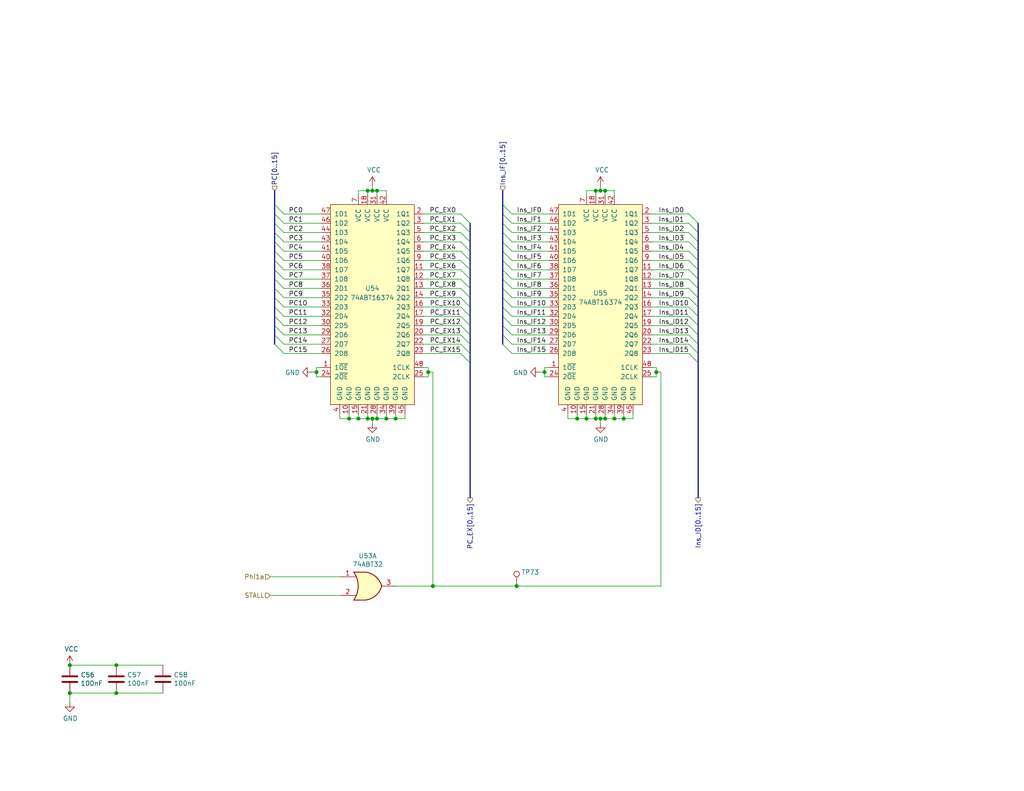
<source format=kicad_sch>
(kicad_sch (version 20230121) (generator eeschema)
  (paper "USLetter")
  (title_block (title "IF/ID") (date "2022-09-25") (rev "C") (comment 4 "Interstage pipeline registers between IF and ID"))
  (lib_symbols
    (symbol "74xx (kicad5):74ABT16374" (pin_names (offset 1.016))
      (property "Reference" "U" (at 0 1.27 0))
      (property "Value" "74ABT16374" (at 0 -1.27 0))
      (symbol "74ABT16374_0_0"
        (pin input line (at -13.97 -20.32 0) (length 2.54) (name "1~{OE}") (number "1"))
        (pin power_in line (at -6.35 -33.02 90) (length 2.54) (name "GND") (number "10"))
        (pin tri_state line (at 13.97 6.35 180) (length 2.54) (name "1Q7") (number "11"))
        (pin tri_state line (at 13.97 3.81 180) (length 2.54) (name "1Q8") (number "12"))
        (pin tri_state line (at 13.97 1.27 180) (length 2.54) (name "2Q1") (number "13"))
        (pin tri_state line (at 13.97 -1.27 180) (length 2.54) (name "2Q2") (number "14"))
        (pin power_in line (at -3.81 -33.02 90) (length 2.54) (name "GND") (number "15"))
        (pin tri_state line (at 13.97 -3.81 180) (length 2.54) (name "2Q3") (number "16"))
        (pin tri_state line (at 13.97 -6.35 180) (length 2.54) (name "2Q4") (number "17"))
        (pin power_in line (at -1.27 26.67 270) (length 2.54) (name "VCC") (number "18"))
        (pin tri_state line (at 13.97 -8.89 180) (length 2.54) (name "2Q5") (number "19"))
        (pin tri_state line (at 13.97 21.59 180) (length 2.54) (name "1Q1") (number "2"))
        (pin tri_state line (at 13.97 -11.43 180) (length 2.54) (name "2Q6") (number "20"))
        (pin power_in line (at -1.27 -33.02 90) (length 2.54) (name "GND") (number "21"))
        (pin tri_state line (at 13.97 -13.97 180) (length 2.54) (name "2Q7") (number "22"))
        (pin tri_state line (at 13.97 -16.51 180) (length 2.54) (name "2Q8") (number "23"))
        (pin input line (at -13.97 -22.86 0) (length 2.54) (name "2~{OE}") (number "24"))
        (pin input line (at 13.97 -22.86 180) (length 2.54) (name "2CLK") (number "25"))
        (pin input line (at -13.97 -16.51 0) (length 2.54) (name "2D8") (number "26"))
        (pin input line (at -13.97 -13.97 0) (length 2.54) (name "2D7") (number "27"))
        (pin power_in line (at 1.27 -33.02 90) (length 2.54) (name "GND") (number "28"))
        (pin input line (at -13.97 -11.43 0) (length 2.54) (name "2D6") (number "29"))
        (pin tri_state line (at 13.97 19.05 180) (length 2.54) (name "1Q2") (number "3"))
        (pin input line (at -13.97 -8.89 0) (length 2.54) (name "2D5") (number "30"))
        (pin power_in line (at 1.27 26.67 270) (length 2.54) (name "VCC") (number "31"))
        (pin input line (at -13.97 -6.35 0) (length 2.54) (name "2D4") (number "32"))
        (pin input line (at -13.97 -3.81 0) (length 2.54) (name "2D3") (number "33"))
        (pin power_in line (at 3.81 -33.02 90) (length 2.54) (name "GND") (number "34"))
        (pin input line (at -13.97 -1.27 0) (length 2.54) (name "2D2") (number "35"))
        (pin input line (at -13.97 1.27 0) (length 2.54) (name "2D1") (number "36"))
        (pin input line (at -13.97 3.81 0) (length 2.54) (name "1D8") (number "37"))
        (pin input line (at -13.97 6.35 0) (length 2.54) (name "1D7") (number "38"))
        (pin power_in line (at 6.35 -33.02 90) (length 2.54) (name "GND") (number "39"))
        (pin power_in line (at -8.89 -33.02 90) (length 2.54) (name "GND") (number "4"))
        (pin input line (at -13.97 8.89 0) (length 2.54) (name "1D6") (number "40"))
        (pin input line (at -13.97 11.43 0) (length 2.54) (name "1D5") (number "41"))
        (pin power_in line (at 3.81 26.67 270) (length 2.54) (name "VCC") (number "42"))
        (pin input line (at -13.97 13.97 0) (length 2.54) (name "1D4") (number "43"))
        (pin input line (at -13.97 16.51 0) (length 2.54) (name "1D3") (number "44"))
        (pin power_in line (at 8.89 -33.02 90) (length 2.54) (name "GND") (number "45"))
        (pin input line (at -13.97 19.05 0) (length 2.54) (name "1D2") (number "46"))
        (pin input line (at -13.97 21.59 0) (length 2.54) (name "1D1") (number "47"))
        (pin input line (at 13.97 -20.32 180) (length 2.54) (name "1CLK") (number "48"))
        (pin tri_state line (at 13.97 16.51 180) (length 2.54) (name "1Q3") (number "5"))
        (pin tri_state line (at 13.97 13.97 180) (length 2.54) (name "1Q4") (number "6"))
        (pin power_in line (at -3.81 26.67 270) (length 2.54) (name "VCC") (number "7"))
        (pin tri_state line (at 13.97 11.43 180) (length 2.54) (name "1Q5") (number "8"))
        (pin tri_state line (at 13.97 8.89 180) (length 2.54) (name "1Q6") (number "9"))
      )
      (symbol "74ABT16374_0_1"
        (rectangle (start -11.43 24.13) (end 11.43 -30.48) (fill (type background)))
      )
    )
    (symbol "74xx:74LS32" (pin_names (offset 1.016))
      (property "Reference" "U" (at 0 1.27 0))
      (property "Value" "74LS32" (at 0 -1.27 0))
      (symbol "74LS32_1_1"
        (arc (start -3.81 -3.81) (mid -2.589 0) (end -3.81 3.81) (stroke (width 0.254)))
        (arc (start -0.6096 -3.81) (mid 2.1842 -2.5851) (end 3.81 0) (stroke (width 0.254)) (fill (type background)))
        (polyline (pts (xy -3.81 -3.81) (xy -0.635 -3.81)) (stroke (width 0.254)) (fill (type background)))
        (polyline (pts (xy -3.81 3.81) (xy -0.635 3.81)) (stroke (width 0.254)) (fill (type background)))
        (polyline (pts (xy -0.635 3.81) (xy -3.81 3.81) (xy -3.81 3.81) (xy -3.556 3.4036) (xy -3.0226 2.2606) (xy -2.6924 1.0414) (xy -2.6162 -0.254) (xy -2.7686 -1.4986) (xy -3.175 -2.7178) (xy -3.81 -3.81) (xy -3.81 -3.81) (xy -0.635 -3.81)) (stroke (width -25.4)) (fill (type background)))
        (arc (start 3.81 0) (mid 2.1915 2.5936) (end -0.6096 3.81) (stroke (width 0.254)) (fill (type background)))
        (pin input line (at -7.62 2.54 0) (length 4.318) (name "~") (number "1"))
        (pin input line (at -7.62 -2.54 0) (length 4.318) (name "~") (number "2"))
        (pin output line (at 7.62 0 180) (length 3.81) (name "~") (number "3"))
      )
      (symbol "74LS32_1_2"
        (arc (start 0 -3.81) (mid 3.7934 0) (end 0 3.81) (stroke (width 0.254)) (fill (type background)))
        (polyline (pts (xy 0 3.81) (xy -3.81 3.81) (xy -3.81 -3.81) (xy 0 -3.81)) (stroke (width 0.254)) (fill (type background)))
        (pin input inverted (at -7.62 2.54 0) (length 3.81) (name "~") (number "1"))
        (pin input inverted (at -7.62 -2.54 0) (length 3.81) (name "~") (number "2"))
        (pin output inverted (at 7.62 0 180) (length 3.81) (name "~") (number "3"))
      )
      (symbol "74LS32_2_1"
        (arc (start -3.81 -3.81) (mid -2.589 0) (end -3.81 3.81) (stroke (width 0.254)))
        (arc (start -0.6096 -3.81) (mid 2.1842 -2.5851) (end 3.81 0) (stroke (width 0.254)) (fill (type background)))
        (polyline (pts (xy -3.81 -3.81) (xy -0.635 -3.81)) (stroke (width 0.254)) (fill (type background)))
        (polyline (pts (xy -3.81 3.81) (xy -0.635 3.81)) (stroke (width 0.254)) (fill (type background)))
        (polyline (pts (xy -0.635 3.81) (xy -3.81 3.81) (xy -3.81 3.81) (xy -3.556 3.4036) (xy -3.0226 2.2606) (xy -2.6924 1.0414) (xy -2.6162 -0.254) (xy -2.7686 -1.4986) (xy -3.175 -2.7178) (xy -3.81 -3.81) (xy -3.81 -3.81) (xy -0.635 -3.81)) (stroke (width -25.4)) (fill (type background)))
        (arc (start 3.81 0) (mid 2.1915 2.5936) (end -0.6096 3.81) (stroke (width 0.254)) (fill (type background)))
        (pin input line (at -7.62 2.54 0) (length 4.318) (name "~") (number "4"))
        (pin input line (at -7.62 -2.54 0) (length 4.318) (name "~") (number "5"))
        (pin output line (at 7.62 0 180) (length 3.81) (name "~") (number "6"))
      )
      (symbol "74LS32_2_2"
        (arc (start 0 -3.81) (mid 3.7934 0) (end 0 3.81) (stroke (width 0.254)) (fill (type background)))
        (polyline (pts (xy 0 3.81) (xy -3.81 3.81) (xy -3.81 -3.81) (xy 0 -3.81)) (stroke (width 0.254)) (fill (type background)))
        (pin input inverted (at -7.62 2.54 0) (length 3.81) (name "~") (number "4"))
        (pin input inverted (at -7.62 -2.54 0) (length 3.81) (name "~") (number "5"))
        (pin output inverted (at 7.62 0 180) (length 3.81) (name "~") (number "6"))
      )
      (symbol "74LS32_3_1"
        (arc (start -3.81 -3.81) (mid -2.589 0) (end -3.81 3.81) (stroke (width 0.254)))
        (arc (start -0.6096 -3.81) (mid 2.1842 -2.5851) (end 3.81 0) (stroke (width 0.254)) (fill (type background)))
        (polyline (pts (xy -3.81 -3.81) (xy -0.635 -3.81)) (stroke (width 0.254)) (fill (type background)))
        (polyline (pts (xy -3.81 3.81) (xy -0.635 3.81)) (stroke (width 0.254)) (fill (type background)))
        (polyline (pts (xy -0.635 3.81) (xy -3.81 3.81) (xy -3.81 3.81) (xy -3.556 3.4036) (xy -3.0226 2.2606) (xy -2.6924 1.0414) (xy -2.6162 -0.254) (xy -2.7686 -1.4986) (xy -3.175 -2.7178) (xy -3.81 -3.81) (xy -3.81 -3.81) (xy -0.635 -3.81)) (stroke (width -25.4)) (fill (type background)))
        (arc (start 3.81 0) (mid 2.1915 2.5936) (end -0.6096 3.81) (stroke (width 0.254)) (fill (type background)))
        (pin input line (at -7.62 -2.54 0) (length 4.318) (name "~") (number "10"))
        (pin output line (at 7.62 0 180) (length 3.81) (name "~") (number "8"))
        (pin input line (at -7.62 2.54 0) (length 4.318) (name "~") (number "9"))
      )
      (symbol "74LS32_3_2"
        (arc (start 0 -3.81) (mid 3.7934 0) (end 0 3.81) (stroke (width 0.254)) (fill (type background)))
        (polyline (pts (xy 0 3.81) (xy -3.81 3.81) (xy -3.81 -3.81) (xy 0 -3.81)) (stroke (width 0.254)) (fill (type background)))
        (pin input inverted (at -7.62 -2.54 0) (length 3.81) (name "~") (number "10"))
        (pin output inverted (at 7.62 0 180) (length 3.81) (name "~") (number "8"))
        (pin input inverted (at -7.62 2.54 0) (length 3.81) (name "~") (number "9"))
      )
      (symbol "74LS32_4_1"
        (arc (start -3.81 -3.81) (mid -2.589 0) (end -3.81 3.81) (stroke (width 0.254)))
        (arc (start -0.6096 -3.81) (mid 2.1842 -2.5851) (end 3.81 0) (stroke (width 0.254)) (fill (type background)))
        (polyline (pts (xy -3.81 -3.81) (xy -0.635 -3.81)) (stroke (width 0.254)) (fill (type background)))
        (polyline (pts (xy -3.81 3.81) (xy -0.635 3.81)) (stroke (width 0.254)) (fill (type background)))
        (polyline (pts (xy -0.635 3.81) (xy -3.81 3.81) (xy -3.81 3.81) (xy -3.556 3.4036) (xy -3.0226 2.2606) (xy -2.6924 1.0414) (xy -2.6162 -0.254) (xy -2.7686 -1.4986) (xy -3.175 -2.7178) (xy -3.81 -3.81) (xy -3.81 -3.81) (xy -0.635 -3.81)) (stroke (width -25.4)) (fill (type background)))
        (arc (start 3.81 0) (mid 2.1915 2.5936) (end -0.6096 3.81) (stroke (width 0.254)) (fill (type background)))
        (pin output line (at 7.62 0 180) (length 3.81) (name "~") (number "11"))
        (pin input line (at -7.62 2.54 0) (length 4.318) (name "~") (number "12"))
        (pin input line (at -7.62 -2.54 0) (length 4.318) (name "~") (number "13"))
      )
      (symbol "74LS32_4_2"
        (arc (start 0 -3.81) (mid 3.7934 0) (end 0 3.81) (stroke (width 0.254)) (fill (type background)))
        (polyline (pts (xy 0 3.81) (xy -3.81 3.81) (xy -3.81 -3.81) (xy 0 -3.81)) (stroke (width 0.254)) (fill (type background)))
        (pin output inverted (at 7.62 0 180) (length 3.81) (name "~") (number "11"))
        (pin input inverted (at -7.62 2.54 0) (length 3.81) (name "~") (number "12"))
        (pin input inverted (at -7.62 -2.54 0) (length 3.81) (name "~") (number "13"))
      )
      (symbol "74LS32_5_0"
        (pin power_in line (at 0 12.7 270) (length 5.08) (name "VCC") (number "14"))
        (pin power_in line (at 0 -12.7 90) (length 5.08) (name "GND") (number "7"))
      )
      (symbol "74LS32_5_1"
        (rectangle (start -5.08 7.62) (end 5.08 -7.62) (stroke (width 0.254)) (fill (type background)))
      )
    )
    (symbol "Connector:TestPoint" (pin_numbers hide) (pin_names (offset 0.762) hide)
      (property "Reference" "TP" (at 0 6.858 0))
      (property "Value" "TestPoint" (at 0 5.08 0))
      (symbol "TestPoint_0_1"
        (circle (center 0 3.302) (radius 0.762))
      )
      (symbol "TestPoint_1_1"
        (pin passive line (at 0 0 90) (length 2.54) (name "1") (number "1"))
      )
    )
    (symbol "Device:C" (pin_numbers hide) (pin_names (offset 0.254))
      (property "Reference" "C" (at 0.635 2.54 0))
      (property "Value" "C" (at 0.635 -2.54 0))
      (symbol "C_0_1"
        (polyline (pts (xy -2.032 -0.762) (xy 2.032 -0.762)) (stroke (width 0.508)))
        (polyline (pts (xy -2.032 0.762) (xy 2.032 0.762)) (stroke (width 0.508)))
      )
      (symbol "C_1_1"
        (pin passive line (at 0 3.81 270) (length 2.794) (name "~") (number "1"))
        (pin passive line (at 0 -3.81 90) (length 2.794) (name "~") (number "2"))
      )
    )
    (symbol "power:GND" (power) (pin_names (offset 0))
      (property "Value" "GND" (at 0 -3.81 0))
      (symbol "GND_0_1"
        (polyline (pts (xy 0 0) (xy 0 -1.27) (xy 1.27 -1.27) (xy 0 -2.54) (xy -1.27 -1.27) (xy 0 -1.27)))
      )
      (symbol "GND_1_1"
        (pin power_in line (at 0 0 270) (length 0) hide (name "GND") (number "1"))
      )
    )
    (symbol "power:VCC" (power) (pin_names (offset 0))
      (property "Value" "VCC" (at 0 3.81 0))
      (symbol "VCC_0_1"
        (polyline (pts (xy -0.762 1.27) (xy 0 2.54)))
        (polyline (pts (xy 0 0) (xy 0 2.54)))
        (polyline (pts (xy 0 2.54) (xy 0.762 1.27)))
      )
      (symbol "VCC_1_1"
        (pin power_in line (at 0 0 90) (length 0) hide (name "VCC") (number "1"))
      )
    )
  )
  (junction (at 163.83 52.07))
  (junction (at 95.25 114.3))
  (junction (at 157.48 114.3))
  (junction (at 102.87 114.3))
  (junction (at -25.4 102.87))
  (junction (at 170.18 114.3))
  (junction (at 100.33 52.07))
  (junction (at 116.84 101.6))
  (junction (at 118.11 160.02))
  (junction (at 102.87 52.07))
  (junction (at 105.41 114.3))
  (junction (at 165.1 52.07))
  (junction (at -25.4 118.11))
  (junction (at -25.4 87.63))
  (junction (at 163.83 114.3))
  (junction (at 179.07 101.6))
  (junction (at 165.1 114.3))
  (junction (at 86.36 101.6))
  (junction (at 101.6 114.3))
  (junction (at 140.97 160.02))
  (junction (at -25.4 82.55))
  (junction (at -25.4 113.03))
  (junction (at 148.59 101.6))
  (junction (at 160.02 114.3))
  (junction (at 97.79 114.3))
  (junction (at 162.56 114.3))
  (junction (at 107.95 114.3))
  (junction (at 31.75 189.23))
  (junction (at 162.56 52.07))
  (junction (at 19.05 189.23))
  (junction (at 101.6 52.07))
  (junction (at -25.4 97.79))
  (junction (at 100.33 114.3))
  (junction (at 19.05 181.61))
  (junction (at 31.75 181.61))
  (junction (at 167.64 114.3))
  (no_connect (at -7.62 85.09))
  (no_connect (at -7.62 100.33))
  (no_connect (at -7.62 115.57))
  (bus_entry (at 74.93 68.58) (size 2.54 2.54))
  (bus_entry (at 125.73 88.9) (size 2.54 2.54))
  (bus_entry (at 137.16 63.5) (size 2.54 2.54))
  (bus_entry (at 74.93 86.36) (size 2.54 2.54))
  (bus_entry (at 137.16 76.2) (size 2.54 2.54))
  (bus_entry (at 74.93 63.5) (size 2.54 2.54))
  (bus_entry (at 125.73 66.04) (size 2.54 2.54))
  (bus_entry (at 74.93 93.98) (size 2.54 2.54))
  (bus_entry (at 74.93 66.04) (size 2.54 2.54))
  (bus_entry (at 137.16 71.12) (size 2.54 2.54))
  (bus_entry (at 74.93 55.88) (size 2.54 2.54))
  (bus_entry (at 187.96 63.5) (size 2.54 2.54))
  (bus_entry (at 187.96 78.74) (size 2.54 2.54))
  (bus_entry (at 125.73 73.66) (size 2.54 2.54))
  (bus_entry (at 187.96 68.58) (size 2.54 2.54))
  (bus_entry (at 125.73 96.52) (size 2.54 2.54))
  (bus_entry (at 125.73 58.42) (size 2.54 2.54))
  (bus_entry (at 137.16 81.28) (size 2.54 2.54))
  (bus_entry (at 187.96 93.98) (size 2.54 2.54))
  (bus_entry (at 125.73 91.44) (size 2.54 2.54))
  (bus_entry (at 137.16 55.88) (size 2.54 2.54))
  (bus_entry (at 125.73 71.12) (size 2.54 2.54))
  (bus_entry (at 137.16 60.96) (size 2.54 2.54))
  (bus_entry (at 74.93 58.42) (size 2.54 2.54))
  (bus_entry (at 137.16 83.82) (size 2.54 2.54))
  (bus_entry (at 125.73 76.2) (size 2.54 2.54))
  (bus_entry (at 125.73 78.74) (size 2.54 2.54))
  (bus_entry (at 125.73 81.28) (size 2.54 2.54))
  (bus_entry (at 137.16 66.04) (size 2.54 2.54))
  (bus_entry (at 74.93 60.96) (size 2.54 2.54))
  (bus_entry (at 137.16 88.9) (size 2.54 2.54))
  (bus_entry (at 74.93 91.44) (size 2.54 2.54))
  (bus_entry (at 187.96 66.04) (size 2.54 2.54))
  (bus_entry (at 137.16 91.44) (size 2.54 2.54))
  (bus_entry (at 125.73 68.58) (size 2.54 2.54))
  (bus_entry (at 187.96 96.52) (size 2.54 2.54))
  (bus_entry (at 187.96 58.42) (size 2.54 2.54))
  (bus_entry (at 137.16 58.42) (size 2.54 2.54))
  (bus_entry (at 137.16 73.66) (size 2.54 2.54))
  (bus_entry (at 187.96 86.36) (size 2.54 2.54))
  (bus_entry (at 187.96 71.12) (size 2.54 2.54))
  (bus_entry (at 74.93 81.28) (size 2.54 2.54))
  (bus_entry (at 74.93 73.66) (size 2.54 2.54))
  (bus_entry (at 137.16 78.74) (size 2.54 2.54))
  (bus_entry (at 187.96 88.9) (size 2.54 2.54))
  (bus_entry (at 74.93 76.2) (size 2.54 2.54))
  (bus_entry (at 187.96 91.44) (size 2.54 2.54))
  (bus_entry (at 137.16 68.58) (size 2.54 2.54))
  (bus_entry (at 187.96 76.2) (size 2.54 2.54))
  (bus_entry (at 74.93 78.74) (size 2.54 2.54))
  (bus_entry (at 74.93 88.9) (size 2.54 2.54))
  (bus_entry (at 137.16 86.36) (size 2.54 2.54))
  (bus_entry (at 187.96 73.66) (size 2.54 2.54))
  (bus_entry (at 137.16 93.98) (size 2.54 2.54))
  (bus_entry (at 125.73 93.98) (size 2.54 2.54))
  (bus_entry (at 74.93 71.12) (size 2.54 2.54))
  (bus_entry (at 187.96 81.28) (size 2.54 2.54))
  (bus_entry (at 125.73 63.5) (size 2.54 2.54))
  (bus_entry (at 125.73 83.82) (size 2.54 2.54))
  (bus_entry (at 125.73 60.96) (size 2.54 2.54))
  (bus_entry (at 187.96 83.82) (size 2.54 2.54))
  (bus_entry (at 74.93 83.82) (size 2.54 2.54))
  (bus_entry (at 125.73 86.36) (size 2.54 2.54))
  (bus_entry (at 187.96 60.96) (size 2.54 2.54))
  (wire (pts (xy 139.7 66.04) (xy 149.86 66.04)))
  (wire (pts (xy 187.96 93.98) (xy 177.8 93.98)))
  (wire (pts (xy 139.7 73.66) (xy 149.86 73.66)))
  (wire (pts (xy 187.96 68.58) (xy 177.8 68.58)))
  (wire (pts (xy 179.07 101.6) (xy 180.34 101.6)))
  (bus (pts (xy 74.93 91.44) (xy 74.93 93.98)))
  (bus (pts (xy 128.27 73.66) (xy 128.27 76.2)))
  (wire (pts (xy 160.02 113.03) (xy 160.02 114.3)))
  (wire (pts (xy -22.86 113.03) (xy -25.4 113.03)))
  (wire (pts (xy 125.73 60.96) (xy 115.57 60.96)))
  (wire (pts (xy 187.96 88.9) (xy 177.8 88.9)))
  (wire (pts (xy 101.6 114.3) (xy 102.87 114.3)))
  (bus (pts (xy 137.16 76.2) (xy 137.16 78.74)))
  (wire (pts (xy -22.86 118.11) (xy -25.4 118.11)))
  (wire (pts (xy -25.4 97.79) (xy -25.4 102.87)))
  (bus (pts (xy 128.27 83.82) (xy 128.27 86.36)))
  (wire (pts (xy 187.96 58.42) (xy 177.8 58.42)))
  (wire (pts (xy 100.33 113.03) (xy 100.33 114.3)))
  (bus (pts (xy 74.93 66.04) (xy 74.93 68.58)))
  (wire (pts (xy 97.79 113.03) (xy 97.79 114.3)))
  (wire (pts (xy 31.75 189.23) (xy 19.05 189.23)))
  (bus (pts (xy 190.5 68.58) (xy 190.5 71.12)))
  (wire (pts (xy 187.96 83.82) (xy 177.8 83.82)))
  (bus (pts (xy 137.16 52.07) (xy 137.16 55.88)))
  (bus (pts (xy 137.16 63.5) (xy 137.16 66.04)))
  (wire (pts (xy 139.7 76.2) (xy 149.86 76.2)))
  (wire (pts (xy 165.1 113.03) (xy 165.1 114.3)))
  (bus (pts (xy 137.16 66.04) (xy 137.16 68.58)))
  (bus (pts (xy 74.93 68.58) (xy 74.93 71.12)))
  (bus (pts (xy 190.5 78.74) (xy 190.5 81.28)))
  (bus (pts (xy 190.5 71.12) (xy 190.5 73.66)))
  (wire (pts (xy -25.4 80.01) (xy -25.4 82.55)))
  (wire (pts (xy 163.83 114.3) (xy 163.83 115.57)))
  (wire (pts (xy 77.47 60.96) (xy 87.63 60.96)))
  (wire (pts (xy 77.47 68.58) (xy 87.63 68.58)))
  (wire (pts (xy 187.96 81.28) (xy 177.8 81.28)))
  (bus (pts (xy 137.16 58.42) (xy 137.16 60.96)))
  (bus (pts (xy 137.16 55.88) (xy 137.16 58.42)))
  (wire (pts (xy 157.48 114.3) (xy 160.02 114.3)))
  (wire (pts (xy 125.73 96.52) (xy 115.57 96.52)))
  (wire (pts (xy 77.47 86.36) (xy 87.63 86.36)))
  (wire (pts (xy 105.41 114.3) (xy 107.95 114.3)))
  (bus (pts (xy 74.93 55.88) (xy 74.93 58.42)))
  (bus (pts (xy 74.93 71.12) (xy 74.93 73.66)))
  (wire (pts (xy 157.48 113.03) (xy 157.48 114.3)))
  (wire (pts (xy 148.59 100.33) (xy 148.59 101.6)))
  (wire (pts (xy 179.07 101.6) (xy 179.07 102.87)))
  (wire (pts (xy 148.59 101.6) (xy 147.32 101.6)))
  (wire (pts (xy 102.87 114.3) (xy 105.41 114.3)))
  (wire (pts (xy 163.83 114.3) (xy 165.1 114.3)))
  (wire (pts (xy 125.73 78.74) (xy 115.57 78.74)))
  (wire (pts (xy 125.73 93.98) (xy 115.57 93.98)))
  (bus (pts (xy 190.5 93.98) (xy 190.5 96.52)))
  (wire (pts (xy 160.02 52.07) (xy 162.56 52.07)))
  (bus (pts (xy 128.27 78.74) (xy 128.27 81.28)))
  (wire (pts (xy 77.47 66.04) (xy 87.63 66.04)))
  (wire (pts (xy 165.1 52.07) (xy 167.64 52.07)))
  (wire (pts (xy 92.71 114.3) (xy 95.25 114.3)))
  (wire (pts (xy 139.7 83.82) (xy 149.86 83.82)))
  (wire (pts (xy 116.84 100.33) (xy 116.84 101.6)))
  (bus (pts (xy 137.16 83.82) (xy 137.16 86.36)))
  (wire (pts (xy 187.96 63.5) (xy 177.8 63.5)))
  (wire (pts (xy 92.71 162.56) (xy 73.66 162.56)))
  (bus (pts (xy 74.93 63.5) (xy 74.93 66.04)))
  (wire (pts (xy -22.86 87.63) (xy -25.4 87.63)))
  (bus (pts (xy 137.16 71.12) (xy 137.16 73.66)))
  (wire (pts (xy 77.47 78.74) (xy 87.63 78.74)))
  (wire (pts (xy 139.7 68.58) (xy 149.86 68.58)))
  (bus (pts (xy 128.27 96.52) (xy 128.27 99.06)))
  (wire (pts (xy 97.79 53.34) (xy 97.79 52.07)))
  (bus (pts (xy 137.16 60.96) (xy 137.16 63.5)))
  (wire (pts (xy 116.84 101.6) (xy 118.11 101.6)))
  (wire (pts (xy 163.83 50.8) (xy 163.83 52.07)))
  (wire (pts (xy 163.83 52.07) (xy 165.1 52.07)))
  (wire (pts (xy 100.33 53.34) (xy 100.33 52.07)))
  (bus (pts (xy 74.93 86.36) (xy 74.93 88.9)))
  (wire (pts (xy 100.33 52.07) (xy 101.6 52.07)))
  (wire (pts (xy 77.47 71.12) (xy 87.63 71.12)))
  (wire (pts (xy 31.75 181.61) (xy 44.45 181.61)))
  (bus (pts (xy 137.16 73.66) (xy 137.16 76.2)))
  (wire (pts (xy 125.73 81.28) (xy 115.57 81.28)))
  (bus (pts (xy 74.93 88.9) (xy 74.93 91.44)))
  (wire (pts (xy 139.7 58.42) (xy 149.86 58.42)))
  (wire (pts (xy 125.73 88.9) (xy 115.57 88.9)))
  (wire (pts (xy 110.49 114.3) (xy 110.49 113.03)))
  (bus (pts (xy 74.93 58.42) (xy 74.93 60.96)))
  (wire (pts (xy 77.47 58.42) (xy 87.63 58.42)))
  (wire (pts (xy 165.1 53.34) (xy 165.1 52.07)))
  (wire (pts (xy 149.86 100.33) (xy 148.59 100.33)))
  (bus (pts (xy 128.27 60.96) (xy 128.27 63.5)))
  (wire (pts (xy 125.73 58.42) (xy 115.57 58.42)))
  (bus (pts (xy 74.93 78.74) (xy 74.93 81.28)))
  (wire (pts (xy 187.96 96.52) (xy 177.8 96.52)))
  (wire (pts (xy 77.47 83.82) (xy 87.63 83.82)))
  (bus (pts (xy 190.5 73.66) (xy 190.5 76.2)))
  (wire (pts (xy 101.6 50.8) (xy 101.6 52.07)))
  (wire (pts (xy 139.7 81.28) (xy 149.86 81.28)))
  (wire (pts (xy 97.79 114.3) (xy 100.33 114.3)))
  (bus (pts (xy 190.5 91.44) (xy 190.5 93.98)))
  (wire (pts (xy -22.86 102.87) (xy -25.4 102.87)))
  (bus (pts (xy 128.27 71.12) (xy 128.27 73.66)))
  (bus (pts (xy 128.27 86.36) (xy 128.27 88.9)))
  (bus (pts (xy 190.5 88.9) (xy 190.5 91.44)))
  (wire (pts (xy 77.47 81.28) (xy 87.63 81.28)))
  (wire (pts (xy 140.97 160.02) (xy 180.34 160.02)))
  (wire (pts (xy 100.33 114.3) (xy 101.6 114.3)))
  (wire (pts (xy 139.7 86.36) (xy 149.86 86.36)))
  (bus (pts (xy 128.27 99.06) (xy 128.27 135.89)))
  (wire (pts (xy 139.7 91.44) (xy 149.86 91.44)))
  (wire (pts (xy 101.6 114.3) (xy 101.6 115.57)))
  (bus (pts (xy 190.5 76.2) (xy 190.5 78.74)))
  (wire (pts (xy 148.59 102.87) (xy 149.86 102.87)))
  (wire (pts (xy 162.56 114.3) (xy 163.83 114.3)))
  (wire (pts (xy 125.73 86.36) (xy 115.57 86.36)))
  (wire (pts (xy 170.18 114.3) (xy 172.72 114.3)))
  (wire (pts (xy 125.73 66.04) (xy 115.57 66.04)))
  (wire (pts (xy 187.96 71.12) (xy 177.8 71.12)))
  (wire (pts (xy 86.36 102.87) (xy 87.63 102.87)))
  (wire (pts (xy 86.36 100.33) (xy 86.36 101.6)))
  (wire (pts (xy 139.7 96.52) (xy 149.86 96.52)))
  (wire (pts (xy 187.96 76.2) (xy 177.8 76.2)))
  (wire (pts (xy 154.94 113.03) (xy 154.94 114.3)))
  (bus (pts (xy 137.16 81.28) (xy 137.16 83.82)))
  (wire (pts (xy 139.7 88.9) (xy 149.86 88.9)))
  (bus (pts (xy 137.16 88.9) (xy 137.16 91.44)))
  (wire (pts (xy 125.73 63.5) (xy 115.57 63.5)))
  (wire (pts (xy 167.64 113.03) (xy 167.64 114.3)))
  (wire (pts (xy 77.47 76.2) (xy 87.63 76.2)))
  (wire (pts (xy 187.96 86.36) (xy 177.8 86.36)))
  (wire (pts (xy 86.36 101.6) (xy 86.36 102.87)))
  (wire (pts (xy 125.73 68.58) (xy 115.57 68.58)))
  (wire (pts (xy 187.96 66.04) (xy 177.8 66.04)))
  (wire (pts (xy 77.47 96.52) (xy 87.63 96.52)))
  (wire (pts (xy 167.64 114.3) (xy 170.18 114.3)))
  (bus (pts (xy 128.27 93.98) (xy 128.27 96.52)))
  (wire (pts (xy 118.11 160.02) (xy 140.97 160.02)))
  (wire (pts (xy 97.79 52.07) (xy 100.33 52.07)))
  (bus (pts (xy 137.16 68.58) (xy 137.16 71.12)))
  (wire (pts (xy 180.34 160.02) (xy 180.34 101.6)))
  (wire (pts (xy -22.86 97.79) (xy -25.4 97.79)))
  (wire (pts (xy 92.71 113.03) (xy 92.71 114.3)))
  (wire (pts (xy 95.25 113.03) (xy 95.25 114.3)))
  (bus (pts (xy 190.5 63.5) (xy 190.5 66.04)))
  (bus (pts (xy 190.5 81.28) (xy 190.5 83.82)))
  (wire (pts (xy 125.73 76.2) (xy 115.57 76.2)))
  (wire (pts (xy 139.7 93.98) (xy 149.86 93.98)))
  (wire (pts (xy 77.47 91.44) (xy 87.63 91.44)))
  (bus (pts (xy 74.93 73.66) (xy 74.93 76.2)))
  (bus (pts (xy 190.5 86.36) (xy 190.5 88.9)))
  (bus (pts (xy 190.5 60.96) (xy 190.5 63.5)))
  (wire (pts (xy 101.6 52.07) (xy 102.87 52.07)))
  (wire (pts (xy 92.71 157.48) (xy 73.66 157.48)))
  (wire (pts (xy 125.73 83.82) (xy 115.57 83.82)))
  (bus (pts (xy 128.27 81.28) (xy 128.27 83.82)))
  (wire (pts (xy 115.57 100.33) (xy 116.84 100.33)))
  (wire (pts (xy 179.07 102.87) (xy 177.8 102.87)))
  (wire (pts (xy 77.47 63.5) (xy 87.63 63.5)))
  (bus (pts (xy 128.27 76.2) (xy 128.27 78.74)))
  (bus (pts (xy 128.27 66.04) (xy 128.27 68.58)))
  (wire (pts (xy 187.96 91.44) (xy 177.8 91.44)))
  (bus (pts (xy 190.5 66.04) (xy 190.5 68.58)))
  (wire (pts (xy 102.87 52.07) (xy 105.41 52.07)))
  (wire (pts (xy 125.73 91.44) (xy 115.57 91.44)))
  (wire (pts (xy 107.95 114.3) (xy 110.49 114.3)))
  (wire (pts (xy 107.95 113.03) (xy 107.95 114.3)))
  (bus (pts (xy 137.16 91.44) (xy 137.16 93.98)))
  (wire (pts (xy 139.7 71.12) (xy 149.86 71.12)))
  (wire (pts (xy 172.72 114.3) (xy 172.72 113.03)))
  (wire (pts (xy 187.96 73.66) (xy 177.8 73.66)))
  (wire (pts (xy 19.05 181.61) (xy 31.75 181.61)))
  (wire (pts (xy 77.47 88.9) (xy 87.63 88.9)))
  (wire (pts (xy 86.36 101.6) (xy 85.09 101.6)))
  (bus (pts (xy 190.5 83.82) (xy 190.5 86.36)))
  (bus (pts (xy 128.27 91.44) (xy 128.27 93.98)))
  (bus (pts (xy 137.16 86.36) (xy 137.16 88.9)))
  (wire (pts (xy 148.59 101.6) (xy 148.59 102.87)))
  (wire (pts (xy 167.64 52.07) (xy 167.64 53.34)))
  (wire (pts (xy 118.11 160.02) (xy 107.95 160.02)))
  (wire (pts (xy 187.96 78.74) (xy 177.8 78.74)))
  (wire (pts (xy 125.73 71.12) (xy 115.57 71.12)))
  (wire (pts (xy 77.47 93.98) (xy 87.63 93.98)))
  (wire (pts (xy 139.7 60.96) (xy 149.86 60.96)))
  (wire (pts (xy 95.25 114.3) (xy 97.79 114.3)))
  (wire (pts (xy 160.02 114.3) (xy 162.56 114.3)))
  (wire (pts (xy -25.4 118.11) (xy -25.4 124.46)))
  (wire (pts (xy 179.07 100.33) (xy 179.07 101.6)))
  (wire (pts (xy 187.96 60.96) (xy 177.8 60.96)))
  (wire (pts (xy 139.7 78.74) (xy 149.86 78.74)))
  (bus (pts (xy 137.16 78.74) (xy 137.16 81.28)))
  (bus (pts (xy 74.93 81.28) (xy 74.93 83.82)))
  (wire (pts (xy 102.87 53.34) (xy 102.87 52.07)))
  (wire (pts (xy 139.7 63.5) (xy 149.86 63.5)))
  (wire (pts (xy 160.02 53.34) (xy 160.02 52.07)))
  (wire (pts (xy 162.56 53.34) (xy 162.56 52.07)))
  (bus (pts (xy 128.27 63.5) (xy 128.27 66.04)))
  (wire (pts (xy 165.1 114.3) (xy 167.64 114.3)))
  (bus (pts (xy 128.27 88.9) (xy 128.27 91.44)))
  (wire (pts (xy 87.63 100.33) (xy 86.36 100.33)))
  (wire (pts (xy 162.56 113.03) (xy 162.56 114.3)))
  (bus (pts (xy 190.5 96.52) (xy 190.5 99.06)))
  (wire (pts (xy -25.4 87.63) (xy -25.4 97.79)))
  (bus (pts (xy 74.93 52.07) (xy 74.93 55.88)))
  (bus (pts (xy 190.5 99.06) (xy 190.5 135.89)))
  (bus (pts (xy 74.93 60.96) (xy 74.93 63.5)))
  (wire (pts (xy -25.4 113.03) (xy -25.4 118.11)))
  (wire (pts (xy 125.73 73.66) (xy 115.57 73.66)))
  (wire (pts (xy -25.4 102.87) (xy -25.4 113.03)))
  (wire (pts (xy 105.41 52.07) (xy 105.41 53.34)))
  (wire (pts (xy 170.18 113.03) (xy 170.18 114.3)))
  (wire (pts (xy -25.4 82.55) (xy -25.4 87.63)))
  (wire (pts (xy 177.8 100.33) (xy 179.07 100.33)))
  (wire (pts (xy 162.56 52.07) (xy 163.83 52.07)))
  (bus (pts (xy 74.93 83.82) (xy 74.93 86.36)))
  (wire (pts (xy 19.05 191.77) (xy 19.05 189.23)))
  (wire (pts (xy 116.84 101.6) (xy 116.84 102.87)))
  (wire (pts (xy 118.11 101.6) (xy 118.11 160.02)))
  (bus (pts (xy 128.27 68.58) (xy 128.27 71.12)))
  (wire (pts (xy 116.84 102.87) (xy 115.57 102.87)))
  (wire (pts (xy 44.45 189.23) (xy 31.75 189.23)))
  (wire (pts (xy 102.87 113.03) (xy 102.87 114.3)))
  (wire (pts (xy 105.41 113.03) (xy 105.41 114.3)))
  (wire (pts (xy 154.94 114.3) (xy 157.48 114.3)))
  (wire (pts (xy 77.47 73.66) (xy 87.63 73.66)))
  (bus (pts (xy 74.93 76.2) (xy 74.93 78.74)))
  (wire (pts (xy -22.86 82.55) (xy -25.4 82.55)))
  (label "Ins_IF3" (at 140.97 66.04 0))
  (label "Ins_IF4" (at 140.97 68.58 0))
  (label "PC_EX1" (at 124.46 60.96 180))
  (label "Ins_ID3" (at 186.69 66.04 180))
  (label "PC_EX13" (at 125.73 91.44 180))
  (label "PC6" (at 78.74 73.66 0))
  (label "PC_EX7" (at 124.46 76.2 180))
  (label "PC_EX8" (at 124.46 78.74 180))
  (label "PC_EX5" (at 124.46 71.12 180))
  (label "PC10" (at 78.74 83.82 0))
  (label "Ins_ID0" (at 186.69 58.42 180))
  (label "Ins_IF9" (at 140.97 81.28 0))
  (label "Ins_IF1" (at 140.97 60.96 0))
  (label "PC_EX2" (at 124.46 63.5 180))
  (label "Ins_IF8" (at 140.97 78.74 0))
  (label "Ins_ID6" (at 186.69 73.66 180))
  (label "PC_EX15" (at 125.73 96.52 180))
  (label "PC_EX12" (at 125.73 88.9 180))
  (label "PC13" (at 78.74 91.44 0))
  (label "PC_EX6" (at 124.46 73.66 180))
  (label "Ins_ID2" (at 186.69 63.5 180))
  (label "PC9" (at 78.74 81.28 0))
  (label "PC3" (at 78.74 66.04 0))
  (label "Ins_IF13" (at 140.97 91.44 0))
  (label "PC12" (at 78.74 88.9 0))
  (label "Ins_ID15" (at 187.96 96.52 180))
  (label "PC8" (at 78.74 78.74 0))
  (label "Ins_ID11" (at 187.96 86.36 180))
  (label "PC2" (at 78.74 63.5 0))
  (label "Ins_ID9" (at 186.69 81.28 180))
  (label "Ins_ID7" (at 186.69 76.2 180))
  (label "Ins_IF6" (at 140.97 73.66 0))
  (label "Ins_IF12" (at 140.97 88.9 0))
  (label "PC11" (at 78.74 86.36 0))
  (label "PC7" (at 78.74 76.2 0))
  (label "PC0" (at 78.74 58.42 0))
  (label "Ins_ID14" (at 187.96 93.98 180))
  (label "PC1" (at 78.74 60.96 0))
  (label "Ins_ID10" (at 187.96 83.82 180))
  (label "PC_EX4" (at 124.46 68.58 180))
  (label "Ins_IF11" (at 140.97 86.36 0))
  (label "Ins_ID5" (at 186.69 71.12 180))
  (label "Ins_IF14" (at 140.97 93.98 0))
  (label "Ins_ID13" (at 187.96 91.44 180))
  (label "Ins_IF5" (at 140.97 71.12 0))
  (label "PC_EX9" (at 124.46 81.28 180))
  (label "PC4" (at 78.74 68.58 0))
  (label "Ins_ID4" (at 186.69 68.58 180))
  (label "PC_EX14" (at 125.73 93.98 180))
  (label "Ins_IF15" (at 140.97 96.52 0))
  (label "Ins_IF2" (at 140.97 63.5 0))
  (label "Ins_IF0" (at 140.97 58.42 0))
  (label "Ins_IF7" (at 140.97 76.2 0))
  (label "PC_EX10" (at 125.73 83.82 180))
  (label "Ins_IF10" (at 140.97 83.82 0))
  (label "PC14" (at 78.74 93.98 0))
  (label "Ins_ID8" (at 186.69 78.74 180))
  (label "PC15" (at 78.74 96.52 0))
  (label "PC5" (at 78.74 71.12 0))
  (label "Ins_ID1" (at 186.69 60.96 180))
  (label "Ins_ID12" (at 187.96 88.9 180))
  (label "PC_EX3" (at 124.46 66.04 180))
  (label "PC_EX11" (at 125.73 86.36 180))
  (label "PC_EX0" (at 124.46 58.42 180))
  (hierarchical_label "Ins_IF[0..15]" (shape input) (at 137.16 52.07 90))
  (hierarchical_label "Phi1a" (shape input) (at 73.66 157.48 180))
  (hierarchical_label "STALL" (shape input) (at 73.66 162.56 180))
  (hierarchical_label "PC[0..15]" (shape input) (at 74.93 52.07 90))
  (hierarchical_label "PC_EX[0..15]" (shape output) (at 128.27 135.89 270))
  (hierarchical_label "Ins_ID[0..15]" (shape output) (at 190.5 135.89 270))
  (symbol (lib_id "power:GND") (at 85.09 101.6 270) (unit 1)
    (property "Reference" "#PWR0298" (effects hide))
    (property "Value" "GND" (at 81.8388 101.727 90) (effects (justify right)))
  )
  (symbol (lib_id "power:VCC") (at 101.6 50.8 0) (unit 1)
    (property "Reference" "#PWR0299" (effects hide))
    (property "Value" "VCC" (at 102.0318 46.4058 0))
  )
  (symbol (lib_id "Device:C") (at 19.05 185.42 0) (unit 1)
    (property "Reference" "C56" (at 21.971 184.2516 0) (effects (justify left)))
    (property "Value" "100nF" (at 21.971 186.563 0) (effects (justify left)))
    (property "Footprint" "Capacitor_SMD:C_0603_1608Metric_Pad1.08x0.95mm_HandSolder" (effects hide))
    (property "Mouser" "https://www.mouser.com/ProductDetail/963-EMK107B7104KAHT" (effects hide))
  )
  (symbol (lib_id "Device:C") (at 31.75 185.42 0) (unit 1)
    (property "Reference" "C57" (at 34.671 184.2516 0) (effects (justify left)))
    (property "Value" "100nF" (at 34.671 186.563 0) (effects (justify left)))
    (property "Footprint" "Capacitor_SMD:C_0603_1608Metric_Pad1.08x0.95mm_HandSolder" (effects hide))
    (property "Mouser" "https://www.mouser.com/ProductDetail/963-EMK107B7104KAHT" (effects hide))
  )
  (symbol (lib_id "power:VCC") (at 19.05 181.61 0) (unit 1)
    (property "Reference" "#PWR0296" (effects hide))
    (property "Value" "VCC" (at 19.4818 177.2158 0))
  )
  (symbol (lib_id "power:GND") (at 19.05 191.77 0) (unit 1)
    (property "Reference" "#PWR0297" (effects hide))
    (property "Value" "GND" (at 19.177 196.1642 0))
  )
  (symbol (lib_id "power:GND") (at 147.32 101.6 270) (unit 1)
    (property "Reference" "#PWR0301" (effects hide))
    (property "Value" "GND" (at 144.0688 101.727 90) (effects (justify right)))
  )
  (symbol (lib_id "power:GND") (at 101.6 115.57 0) (unit 1)
    (property "Reference" "#PWR0300" (effects hide))
    (property "Value" "GND" (at 101.727 119.9642 0))
  )
  (symbol (lib_id "Device:C") (at 44.45 185.42 0) (unit 1)
    (property "Reference" "C58" (at 47.371 184.2516 0) (effects (justify left)))
    (property "Value" "100nF" (at 47.371 186.563 0) (effects (justify left)))
    (property "Footprint" "Capacitor_SMD:C_0603_1608Metric_Pad1.08x0.95mm_HandSolder" (effects hide))
    (property "Mouser" "https://www.mouser.com/ProductDetail/963-EMK107B7104KAHT" (effects hide))
  )
  (symbol (lib_id "power:VCC") (at -25.4 80.01 0) (unit 1)
    (property "Reference" "#PWR0294" (effects hide))
    (property "Value" "VCC" (at -24.9682 75.6158 0))
  )
  (symbol (lib_id "power:GND") (at -25.4 149.86 0) (unit 1)
    (property "Reference" "#PWR0295" (effects hide))
    (property "Value" "GND" (at -25.273 154.2542 0))
  )
  (symbol (lib_id "74xx (kicad5):74ABT16374") (at 101.6 80.01 0) (unit 1)
    (property "Reference" "U54" (at 101.6 78.74 0))
    (property "Value" "74ABT16374" (at 101.6 81.28 0))
    (property "Footprint" "Package_SO:TSSOP-48_6.1x12.5mm_P0.5mm" (effects hide))
    (property "Datasheet" "https://www.ti.com/lit/ds/symlink/sn74abt16374a.pdf?HQS=dis-mous-null-mousermode-dsf-pf-null-wwe&ts=1617318801237" (effects hide))
    (property "Mouser" "https://www.mouser.com/ProductDetail/Texas-Instruments/SN74ABT16374ADGGR?qs=%2Fha2pyFadui8Wf%2F61v2joCyY9bOa3peBR5btn0VUHs8%3D" (effects hide))
  )
  (symbol (lib_id "power:VCC") (at 163.83 50.8 0) (unit 1)
    (property "Reference" "#PWR0302" (effects hide))
    (property "Value" "VCC" (at 164.2618 46.4058 0))
  )
  (symbol (lib_id "power:GND") (at 163.83 115.57 0) (unit 1)
    (property "Reference" "#PWR0303" (effects hide))
    (property "Value" "GND" (at 163.957 119.9642 0))
  )
  (symbol (lib_id "74xx (kicad5):74ABT16374") (at 163.83 80.01 0) (unit 1)
    (property "Reference" "U55" (at 163.83 80.01 0))
    (property "Value" "74ABT16374" (at 163.83 82.55 0))
    (property "Footprint" "Package_SO:TSSOP-48_6.1x12.5mm_P0.5mm" (effects hide))
    (property "Datasheet" "https://www.ti.com/lit/ds/symlink/sn74abt16374a.pdf?HQS=dis-mous-null-mousermode-dsf-pf-null-wwe&ts=1617318801237" (effects hide))
    (property "Mouser" "https://www.mouser.com/ProductDetail/Texas-Instruments/SN74ABT16374ADGGR?qs=%2Fha2pyFadui8Wf%2F61v2joCyY9bOa3peBR5btn0VUHs8%3D" (effects hide))
  )
  (symbol (lib_id "74xx:74LS32") (at 100.33 160.02 0) (unit 1)
    (property "Reference" "U53" (at 100.33 151.765 0))
    (property "Value" "74ABT32" (at 100.33 154.0764 0))
    (property "Footprint" "Package_SO:TSSOP-14_4.4x5mm_P0.65mm" (effects hide))
    (property "Datasheet" "http://www.ti.com/lit/gpn/sn74LS32" (effects hide))
    (property "Mouser" "https://www.mouser.com/ProductDetail/Nexperia/74ABT32PW118?qs=P62ublwmbi%2FkuIVV181WGQ%3D%3D" (effects hide))
  )
  (symbol (lib_id "74xx:74LS32") (at -15.24 85.09 0) (unit 2)
    (property "Reference" "U53" (at -15.24 76.835 0))
    (property "Value" "74ABT32" (at -15.24 79.1464 0))
    (property "Footprint" "Package_SO:TSSOP-14_4.4x5mm_P0.65mm" (effects hide))
    (property "Datasheet" "http://www.ti.com/lit/gpn/sn74LS32" (effects hide))
    (property "Mouser" "https://www.mouser.com/ProductDetail/Nexperia/74ABT32PW118?qs=P62ublwmbi%2FkuIVV181WGQ%3D%3D" (effects hide))
  )
  (symbol (lib_id "74xx:74LS32") (at -15.24 100.33 0) (unit 3)
    (property "Reference" "U53" (at -15.24 92.075 0))
    (property "Value" "74ABT32" (at -15.24 94.3864 0))
    (property "Footprint" "Package_SO:TSSOP-14_4.4x5mm_P0.65mm" (effects hide))
    (property "Datasheet" "http://www.ti.com/lit/gpn/sn74LS32" (effects hide))
    (property "Mouser" "https://www.mouser.com/ProductDetail/Nexperia/74ABT32PW118?qs=P62ublwmbi%2FkuIVV181WGQ%3D%3D" (effects hide))
  )
  (symbol (lib_id "74xx:74LS32") (at -15.24 115.57 0) (unit 4)
    (property "Reference" "U53" (at -15.24 107.315 0))
    (property "Value" "74ABT32" (at -15.24 109.6264 0))
    (property "Footprint" "Package_SO:TSSOP-14_4.4x5mm_P0.65mm" (effects hide))
    (property "Datasheet" "http://www.ti.com/lit/gpn/sn74LS32" (effects hide))
    (property "Mouser" "https://www.mouser.com/ProductDetail/Nexperia/74ABT32PW118?qs=P62ublwmbi%2FkuIVV181WGQ%3D%3D" (effects hide))
  )
  (symbol (lib_id "74xx:74LS32") (at -25.4 137.16 0) (unit 5)
    (property "Reference" "U53" (at -19.558 135.9916 0) (effects (justify left)))
    (property "Value" "74ABT32" (at -19.558 138.303 0) (effects (justify left)))
    (property "Footprint" "Package_SO:TSSOP-14_4.4x5mm_P0.65mm" (effects hide))
    (property "Datasheet" "http://www.ti.com/lit/gpn/sn74LS32" (effects hide))
    (property "Mouser" "https://www.mouser.com/ProductDetail/Nexperia/74ABT32PW118?qs=P62ublwmbi%2FkuIVV181WGQ%3D%3D" (effects hide))
  )
  (symbol (lib_id "Connector:TestPoint") (at 140.97 160.02 0) (unit 1)
    (property "Reference" "TP73" (at 142.24 156.21 0) (effects (justify left)))
    (property "Value" "CLK" (effects hide))
    (property "Footprint" "TestPoint:TestPoint_Pad_D1.0mm" (effects hide))
  )
)
</source>
